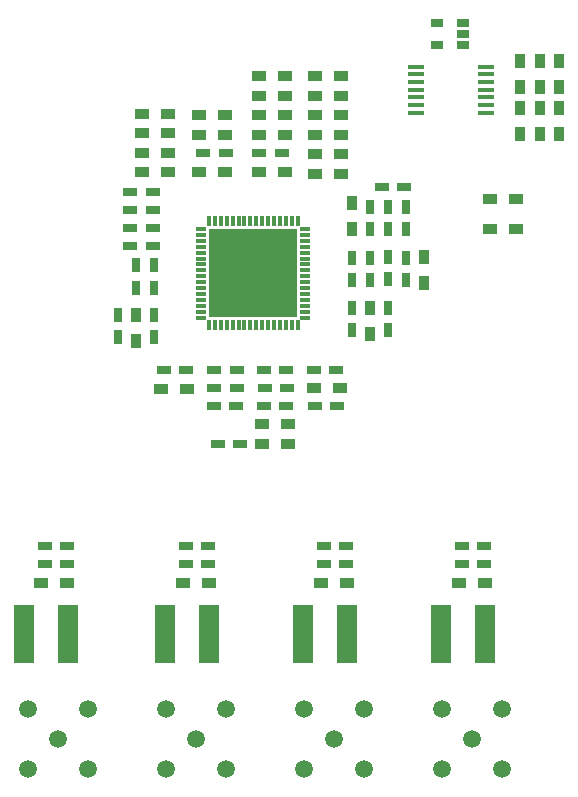
<source format=gtp>
G04 #@! TF.FileFunction,Paste,Top*
%FSLAX46Y46*%
G04 Gerber Fmt 4.6, Leading zero omitted, Abs format (unit mm)*
G04 Created by KiCad (PCBNEW 4.0.7) date 04/28/18 13:58:35*
%MOMM*%
%LPD*%
G01*
G04 APERTURE LIST*
%ADD10C,0.100000*%
%ADD11C,1.506220*%
%ADD12R,1.800000X5.000000*%
%ADD13R,0.304800X0.812800*%
%ADD14R,0.812800X0.304800*%
%ADD15R,7.493000X7.493000*%
%ADD16R,1.060000X0.650000*%
%ADD17R,1.450000X0.450000*%
%ADD18R,0.750000X1.200000*%
%ADD19R,1.200000X0.750000*%
%ADD20R,1.200000X0.900000*%
%ADD21R,0.900000X1.200000*%
G04 APERTURE END LIST*
D10*
D11*
X159512000Y-140716000D03*
X162052000Y-138176000D03*
X162052000Y-143256000D03*
X156972000Y-138176000D03*
X156972000Y-143256000D03*
X136144000Y-140716000D03*
X138684000Y-138176000D03*
X138684000Y-143256000D03*
X133604000Y-138176000D03*
X133604000Y-143256000D03*
X147828000Y-140716000D03*
X150368000Y-138176000D03*
X150368000Y-143256000D03*
X145288000Y-138176000D03*
X145288000Y-143256000D03*
X171196000Y-140716000D03*
X173736000Y-138176000D03*
X173736000Y-143256000D03*
X168656000Y-138176000D03*
X168656000Y-143256000D03*
D12*
X133278000Y-131826000D03*
X136978000Y-131826000D03*
X145216000Y-131826000D03*
X148916000Y-131826000D03*
X156900000Y-131826000D03*
X160600000Y-131826000D03*
X168584000Y-131826000D03*
X172284000Y-131826000D03*
D13*
X148894800Y-105664000D03*
X149402800Y-105664000D03*
X149910800Y-105664000D03*
X150393400Y-105664000D03*
X150901400Y-105664000D03*
X151409400Y-105664000D03*
X151892000Y-105664000D03*
X152400000Y-105664000D03*
X152908000Y-105664000D03*
X153416000Y-105664000D03*
X153898600Y-105664000D03*
X154406600Y-105664000D03*
X154914600Y-105664000D03*
X155397200Y-105664000D03*
X155905200Y-105664000D03*
X156413200Y-105664000D03*
D14*
X157045660Y-105031540D03*
X157045660Y-104523540D03*
X157045660Y-104015540D03*
X157045660Y-103532940D03*
X157045660Y-103024940D03*
X157045660Y-102516940D03*
X157045660Y-102034340D03*
X157045660Y-101526340D03*
X157045660Y-101018340D03*
X157045660Y-100510340D03*
X157045660Y-100027740D03*
X157045660Y-99519740D03*
X157045660Y-99011740D03*
X157045660Y-98529140D03*
X157045660Y-98021140D03*
X157045660Y-97513140D03*
D13*
X156413200Y-96880680D03*
X155905200Y-96880680D03*
X155397200Y-96880680D03*
X154914600Y-96880680D03*
X154406600Y-96880680D03*
X153898600Y-96880680D03*
X153416000Y-96880680D03*
X152908000Y-96880680D03*
X152400000Y-96880680D03*
X151892000Y-96880680D03*
X151409400Y-96880680D03*
X150901400Y-96880680D03*
X150393400Y-96880680D03*
X149910800Y-96880680D03*
X149402800Y-96880680D03*
X148894800Y-96880680D03*
D14*
X148262340Y-97513140D03*
X148262340Y-98021140D03*
X148262340Y-98529140D03*
X148262340Y-99011740D03*
X148262340Y-99519740D03*
X148262340Y-100027740D03*
X148262340Y-100510340D03*
X148262340Y-101018340D03*
X148262340Y-101526340D03*
X148262340Y-102034340D03*
X148262340Y-102516940D03*
X148262340Y-103024940D03*
X148262340Y-103532940D03*
X148262340Y-104015540D03*
X148262340Y-104523540D03*
X148262340Y-105031540D03*
D15*
X152654000Y-101272340D03*
D16*
X170391000Y-81976000D03*
X170391000Y-81026000D03*
X170391000Y-80076000D03*
X168191000Y-80076000D03*
X168191000Y-81976000D03*
D17*
X166468000Y-83775000D03*
X166468000Y-84425000D03*
X166468000Y-85075000D03*
X166468000Y-85725000D03*
X166468000Y-86375000D03*
X166468000Y-87025000D03*
X166468000Y-87675000D03*
X172368000Y-87675000D03*
X172368000Y-87025000D03*
X172368000Y-86375000D03*
X172368000Y-85725000D03*
X172368000Y-85075000D03*
X172368000Y-84425000D03*
X172368000Y-83775000D03*
D18*
X144272000Y-102489000D03*
X144272000Y-100589000D03*
D19*
X149357000Y-109474000D03*
X151257000Y-109474000D03*
X155448000Y-109474000D03*
X153548000Y-109474000D03*
D18*
X161036000Y-101849000D03*
X161036000Y-99949000D03*
D19*
X135001000Y-125857000D03*
X136901000Y-125857000D03*
X155062000Y-91122500D03*
X153162000Y-91122500D03*
X150304500Y-91122500D03*
X148404500Y-91122500D03*
D18*
X165608000Y-99954000D03*
X165608000Y-101854000D03*
D19*
X151572000Y-115697000D03*
X149672000Y-115697000D03*
X153548000Y-112522000D03*
X155448000Y-112522000D03*
D18*
X164084000Y-97536000D03*
X164084000Y-95636000D03*
D19*
X136906000Y-124333000D03*
X135006000Y-124333000D03*
D18*
X144272000Y-104775000D03*
X144272000Y-106675000D03*
X142748000Y-102489000D03*
X142748000Y-100589000D03*
X141224000Y-106675000D03*
X141224000Y-104775000D03*
D19*
X146939000Y-125857000D03*
X148839000Y-125857000D03*
X151191000Y-112522000D03*
X149291000Y-112522000D03*
X148839000Y-124333000D03*
X146939000Y-124333000D03*
X147000000Y-109474000D03*
X145100000Y-109474000D03*
X159700000Y-109474000D03*
X157800000Y-109474000D03*
D18*
X161036000Y-106106000D03*
X161036000Y-104206000D03*
D19*
X149352000Y-110998000D03*
X151252000Y-110998000D03*
X142245000Y-95885000D03*
X144145000Y-95885000D03*
X142245000Y-94361000D03*
X144145000Y-94361000D03*
D18*
X164084000Y-101788000D03*
X164084000Y-99888000D03*
D19*
X165415000Y-93980000D03*
X163515000Y-93980000D03*
X158623000Y-125857000D03*
X160523000Y-125857000D03*
X160523000Y-124333000D03*
X158623000Y-124333000D03*
X157861000Y-112522000D03*
X159761000Y-112522000D03*
X142240000Y-97409000D03*
X144140000Y-97409000D03*
D18*
X162560000Y-95636000D03*
X162560000Y-97536000D03*
D19*
X155509000Y-110998000D03*
X153609000Y-110998000D03*
X144140000Y-98933000D03*
X142240000Y-98933000D03*
D18*
X165608000Y-97536000D03*
X165608000Y-95636000D03*
D19*
X170307000Y-125857000D03*
X172207000Y-125857000D03*
X172207000Y-124333000D03*
X170307000Y-124333000D03*
D18*
X164084000Y-104203500D03*
X164084000Y-106103500D03*
X162560000Y-101849000D03*
X162560000Y-99949000D03*
D20*
X153162000Y-92710000D03*
X155362000Y-92710000D03*
X148041000Y-92710000D03*
X150241000Y-92710000D03*
D21*
X167132000Y-102108000D03*
X167132000Y-99908000D03*
D20*
X155575000Y-115697000D03*
X153375000Y-115697000D03*
X155575000Y-114046000D03*
X153375000Y-114046000D03*
D21*
X161036000Y-95336000D03*
X161036000Y-97536000D03*
D20*
X136906000Y-127508000D03*
X134706000Y-127508000D03*
X148082000Y-87884000D03*
X150282000Y-87884000D03*
X153162000Y-87884000D03*
X155362000Y-87884000D03*
X157861000Y-91186000D03*
X160061000Y-91186000D03*
X148885000Y-127508000D03*
X146685000Y-127508000D03*
X157861000Y-87884000D03*
X160061000Y-87884000D03*
X145415000Y-87757000D03*
X143215000Y-87757000D03*
X145415000Y-91059000D03*
X143215000Y-91059000D03*
X153121000Y-84582000D03*
X155321000Y-84582000D03*
X160569000Y-127508000D03*
X158369000Y-127508000D03*
X157904000Y-84582000D03*
X160104000Y-84582000D03*
X172253000Y-127508000D03*
X170053000Y-127508000D03*
D21*
X142748000Y-106975000D03*
X142748000Y-104775000D03*
D20*
X148082000Y-89535000D03*
X150282000Y-89535000D03*
X153162000Y-89535000D03*
X155362000Y-89535000D03*
X157861000Y-92837000D03*
X160061000Y-92837000D03*
X157861000Y-89535000D03*
X160061000Y-89535000D03*
X144866000Y-111061500D03*
X147066000Y-111061500D03*
X145415000Y-89408000D03*
X143215000Y-89408000D03*
X145415000Y-92710000D03*
X143215000Y-92710000D03*
X153121000Y-86233000D03*
X155321000Y-86233000D03*
X159977000Y-110998000D03*
X157777000Y-110998000D03*
X157883500Y-86233000D03*
X160083500Y-86233000D03*
D21*
X162560000Y-106426000D03*
X162560000Y-104226000D03*
D20*
X172679000Y-97536000D03*
X174879000Y-97536000D03*
D21*
X176911000Y-83271000D03*
X176911000Y-85471000D03*
X178562000Y-83271000D03*
X178562000Y-85471000D03*
X175260000Y-83271000D03*
X175260000Y-85471000D03*
D20*
X172679000Y-94996000D03*
X174879000Y-94996000D03*
D21*
X176911000Y-87292000D03*
X176911000Y-89492000D03*
X178562000Y-87292000D03*
X178562000Y-89492000D03*
X175260000Y-87312500D03*
X175260000Y-89512500D03*
M02*

</source>
